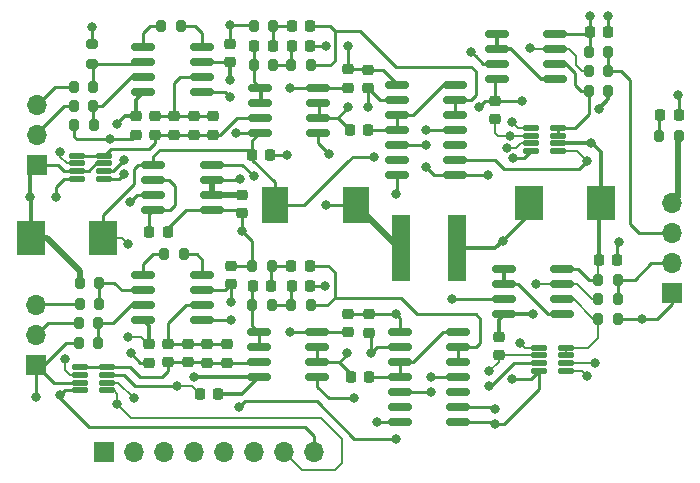
<source format=gtl>
%TF.GenerationSoftware,KiCad,Pcbnew,(6.99.0)*%
%TF.CreationDate,2022-12-27T21:53:30-08:00*%
%TF.ProjectId,eog-pcb-kicad,656f672d-7063-4622-9d6b-696361642e6b,rev?*%
%TF.SameCoordinates,Original*%
%TF.FileFunction,Copper,L1,Top*%
%TF.FilePolarity,Positive*%
%FSLAX46Y46*%
G04 Gerber Fmt 4.6, Leading zero omitted, Abs format (unit mm)*
G04 Created by KiCad (PCBNEW (6.99.0)) date 2022-12-27 21:53:30*
%MOMM*%
%LPD*%
G01*
G04 APERTURE LIST*
G04 Aperture macros list*
%AMRoundRect*
0 Rectangle with rounded corners*
0 $1 Rounding radius*
0 $2 $3 $4 $5 $6 $7 $8 $9 X,Y pos of 4 corners*
0 Add a 4 corners polygon primitive as box body*
4,1,4,$2,$3,$4,$5,$6,$7,$8,$9,$2,$3,0*
0 Add four circle primitives for the rounded corners*
1,1,$1+$1,$2,$3*
1,1,$1+$1,$4,$5*
1,1,$1+$1,$6,$7*
1,1,$1+$1,$8,$9*
0 Add four rect primitives between the rounded corners*
20,1,$1+$1,$2,$3,$4,$5,0*
20,1,$1+$1,$4,$5,$6,$7,0*
20,1,$1+$1,$6,$7,$8,$9,0*
20,1,$1+$1,$8,$9,$2,$3,0*%
G04 Aperture macros list end*
%TA.AperFunction,SMDPad,CuDef*%
%ADD10RoundRect,0.218750X0.218750X0.256250X-0.218750X0.256250X-0.218750X-0.256250X0.218750X-0.256250X0*%
%TD*%
%TA.AperFunction,SMDPad,CuDef*%
%ADD11RoundRect,0.225000X-0.250000X0.225000X-0.250000X-0.225000X0.250000X-0.225000X0.250000X0.225000X0*%
%TD*%
%TA.AperFunction,SMDPad,CuDef*%
%ADD12RoundRect,0.150000X-0.825000X-0.150000X0.825000X-0.150000X0.825000X0.150000X-0.825000X0.150000X0*%
%TD*%
%TA.AperFunction,SMDPad,CuDef*%
%ADD13RoundRect,0.200000X0.200000X0.275000X-0.200000X0.275000X-0.200000X-0.275000X0.200000X-0.275000X0*%
%TD*%
%TA.AperFunction,SMDPad,CuDef*%
%ADD14RoundRect,0.225000X0.250000X-0.225000X0.250000X0.225000X-0.250000X0.225000X-0.250000X-0.225000X0*%
%TD*%
%TA.AperFunction,SMDPad,CuDef*%
%ADD15RoundRect,0.200000X-0.200000X-0.275000X0.200000X-0.275000X0.200000X0.275000X-0.200000X0.275000X0*%
%TD*%
%TA.AperFunction,ComponentPad*%
%ADD16R,1.700000X1.700000*%
%TD*%
%TA.AperFunction,ComponentPad*%
%ADD17O,1.700000X1.700000*%
%TD*%
%TA.AperFunction,SMDPad,CuDef*%
%ADD18RoundRect,0.225000X-0.225000X-0.250000X0.225000X-0.250000X0.225000X0.250000X-0.225000X0.250000X0*%
%TD*%
%TA.AperFunction,SMDPad,CuDef*%
%ADD19RoundRect,0.225000X0.225000X0.250000X-0.225000X0.250000X-0.225000X-0.250000X0.225000X-0.250000X0*%
%TD*%
%TA.AperFunction,SMDPad,CuDef*%
%ADD20R,1.600000X5.700000*%
%TD*%
%TA.AperFunction,SMDPad,CuDef*%
%ADD21R,2.250000X3.120000*%
%TD*%
%TA.AperFunction,SMDPad,CuDef*%
%ADD22RoundRect,0.200000X-0.275000X0.200000X-0.275000X-0.200000X0.275000X-0.200000X0.275000X0.200000X0*%
%TD*%
%TA.AperFunction,SMDPad,CuDef*%
%ADD23R,2.400000X2.900000*%
%TD*%
%TA.AperFunction,SMDPad,CuDef*%
%ADD24RoundRect,0.125000X-0.537500X-0.125000X0.537500X-0.125000X0.537500X0.125000X-0.537500X0.125000X0*%
%TD*%
%TA.AperFunction,ViaPad*%
%ADD25C,0.800000*%
%TD*%
%TA.AperFunction,Conductor*%
%ADD26C,0.355600*%
%TD*%
%TA.AperFunction,Conductor*%
%ADD27C,0.250000*%
%TD*%
%TA.AperFunction,Conductor*%
%ADD28C,0.203200*%
%TD*%
%TA.AperFunction,Conductor*%
%ADD29C,0.254000*%
%TD*%
%TA.AperFunction,Conductor*%
%ADD30C,0.508000*%
%TD*%
G04 APERTURE END LIST*
D10*
X56362500Y-9652000D03*
X57937500Y-9652000D03*
D11*
X20066000Y-22466000D03*
X20066000Y-24016000D03*
X18542000Y-11333500D03*
X18542000Y-9783500D03*
D12*
X43150500Y-22733000D03*
X43150500Y-24003000D03*
X43150500Y-25273000D03*
X43150500Y-26543000D03*
X48100500Y-26543000D03*
X48100500Y-25273000D03*
X48100500Y-24003000D03*
X48100500Y-22733000D03*
D13*
X26796000Y-5461000D03*
X25146000Y-5461000D03*
D11*
X19685000Y-29083000D03*
X19685000Y-30633000D03*
D13*
X52800500Y-26924000D03*
X51150500Y-26924000D03*
D11*
X18034000Y-30633000D03*
X18034000Y-29083000D03*
D14*
X12001500Y-11346500D03*
X12001500Y-9796500D03*
D15*
X7232000Y-23876000D03*
X8882000Y-23876000D03*
D13*
X21971000Y-2159000D03*
X23621000Y-2159000D03*
D16*
X57404000Y-24755000D03*
D17*
X57404000Y-22215000D03*
X57404000Y-19675000D03*
X57404000Y-17135000D03*
D18*
X25148000Y-22423000D03*
X26698000Y-22423000D03*
D15*
X6724000Y-7295000D03*
X8374000Y-7295000D03*
D19*
X25196000Y-3810000D03*
X26746000Y-3810000D03*
D15*
X50356000Y-7620000D03*
X52006000Y-7620000D03*
X6795000Y-10541000D03*
X8445000Y-10541000D03*
D12*
X22468500Y-7366000D03*
X22468500Y-8636000D03*
X22468500Y-9906000D03*
X22468500Y-11176000D03*
X27418500Y-11176000D03*
X27418500Y-9906000D03*
X27418500Y-8636000D03*
X27418500Y-7366000D03*
D15*
X7176000Y-27305000D03*
X8826000Y-27305000D03*
D14*
X13081000Y-29083000D03*
X13081000Y-30633000D03*
D12*
X34355000Y-28067000D03*
X34355000Y-29337000D03*
X34355000Y-30607000D03*
X34355000Y-31877000D03*
X34355000Y-33147000D03*
X34355000Y-34417000D03*
X34355000Y-35687000D03*
X39305000Y-35687000D03*
X39305000Y-34417000D03*
X39305000Y-33147000D03*
X39305000Y-31877000D03*
X39305000Y-30607000D03*
X39305000Y-29337000D03*
X39305000Y-28067000D03*
X13474500Y-13899000D03*
X13474500Y-15169000D03*
X13474500Y-16439000D03*
X13474500Y-17709000D03*
X18424500Y-17709000D03*
X18424500Y-16439000D03*
X18424500Y-15169000D03*
X18424500Y-13899000D03*
D20*
X34480000Y-20955000D03*
X39180000Y-20955000D03*
D18*
X18936000Y-33274000D03*
X17386000Y-33274000D03*
D13*
X52800500Y-23622000D03*
X51150500Y-23622000D03*
D19*
X30213000Y-31877000D03*
X31763000Y-31877000D03*
D15*
X6724000Y-8946000D03*
X8374000Y-8946000D03*
D18*
X14674000Y-19614000D03*
X13124000Y-19614000D03*
D11*
X29972000Y-5816000D03*
X29972000Y-7366000D03*
X29972000Y-26530000D03*
X29972000Y-28080000D03*
D13*
X21852000Y-25781000D03*
X23502000Y-25781000D03*
X26791000Y-25781000D03*
X25141000Y-25781000D03*
D12*
X12638000Y-23241000D03*
X12638000Y-24511000D03*
X12638000Y-25781000D03*
X12638000Y-27051000D03*
X17588000Y-27051000D03*
X17588000Y-25781000D03*
X17588000Y-24511000D03*
X17588000Y-23241000D03*
D13*
X57975000Y-11430000D03*
X56325000Y-11430000D03*
D18*
X23439000Y-24130000D03*
X21889000Y-24130000D03*
D21*
X23760500Y-17328000D03*
X30670500Y-17328000D03*
D14*
X42704500Y-29985000D03*
X42704500Y-28435000D03*
D12*
X12638000Y-3954500D03*
X12638000Y-5224500D03*
X12638000Y-6494500D03*
X12638000Y-7764500D03*
X17588000Y-7764500D03*
X17588000Y-6494500D03*
X17588000Y-5224500D03*
X17588000Y-3954500D03*
D11*
X31623000Y-5829000D03*
X31623000Y-7379000D03*
D19*
X26741000Y-24130000D03*
X25191000Y-24130000D03*
X51956000Y-2667000D03*
X50406000Y-2667000D03*
D15*
X14161000Y-2176500D03*
X15811000Y-2176500D03*
D16*
X3612000Y-13884000D03*
D17*
X3612000Y-11344000D03*
X3612000Y-8804000D03*
D13*
X23621000Y-5461000D03*
X21971000Y-5461000D03*
D15*
X16065000Y-21463000D03*
X14415000Y-21463000D03*
D16*
X3556000Y-30861000D03*
D17*
X3556000Y-28321000D03*
X3556000Y-25781000D03*
D14*
X42418000Y-10046000D03*
X42418000Y-8496000D03*
D19*
X21831000Y-13081000D03*
X23381000Y-13081000D03*
D11*
X14732000Y-30607000D03*
X14732000Y-29057000D03*
D13*
X52006000Y-5969000D03*
X50356000Y-5969000D03*
D11*
X31750000Y-26543000D03*
X31750000Y-28093000D03*
X15240000Y-11333500D03*
X15240000Y-9783500D03*
X16891000Y-11333500D03*
X16891000Y-9783500D03*
X19939000Y-3670000D03*
X19939000Y-5220000D03*
D18*
X25196000Y-2159000D03*
X26746000Y-2159000D03*
D12*
X34101000Y-7112000D03*
X34101000Y-8382000D03*
X34101000Y-9652000D03*
X34101000Y-10922000D03*
X34101000Y-12192000D03*
X34101000Y-13462000D03*
X34101000Y-14732000D03*
X39051000Y-14732000D03*
X39051000Y-13462000D03*
X39051000Y-12192000D03*
X39051000Y-10922000D03*
X39051000Y-9652000D03*
X39051000Y-8382000D03*
X39051000Y-7112000D03*
D22*
X8311000Y-3676000D03*
X8311000Y-5326000D03*
D23*
X51351500Y-17145000D03*
X45251500Y-17145000D03*
D24*
X45466000Y-10780000D03*
X45466000Y-11430000D03*
X45466000Y-12080000D03*
X45466000Y-12730000D03*
X47741000Y-12730000D03*
X47741000Y-12080000D03*
X47741000Y-11430000D03*
X47741000Y-10780000D03*
D15*
X7232000Y-25654000D03*
X8882000Y-25654000D03*
D24*
X46139000Y-29378000D03*
X46139000Y-30028000D03*
X46139000Y-30678000D03*
X46139000Y-31328000D03*
X48414000Y-31328000D03*
X48414000Y-30678000D03*
X48414000Y-30028000D03*
X48414000Y-29378000D03*
D11*
X16383000Y-30620000D03*
X16383000Y-29070000D03*
D16*
X9271000Y-38227000D03*
D17*
X11811000Y-38227000D03*
X14351000Y-38227000D03*
X16891000Y-38227000D03*
X19431000Y-38227000D03*
X21971000Y-38227000D03*
X24511000Y-38227000D03*
X27051000Y-38227000D03*
D12*
X42546500Y-2786500D03*
X42546500Y-4056500D03*
X42546500Y-5326500D03*
X42546500Y-6596500D03*
X47496500Y-6596500D03*
X47496500Y-5326500D03*
X47496500Y-4056500D03*
X47496500Y-2786500D03*
D23*
X3102000Y-20066000D03*
X9202000Y-20066000D03*
D24*
X7244500Y-31029000D03*
X7244500Y-31679000D03*
X7244500Y-32329000D03*
X7244500Y-32979000D03*
X9519500Y-32979000D03*
X9519500Y-32329000D03*
X9519500Y-31679000D03*
X9519500Y-31029000D03*
D19*
X52750500Y-21971000D03*
X51200500Y-21971000D03*
D13*
X23502000Y-22479000D03*
X21852000Y-22479000D03*
D12*
X22417000Y-28067000D03*
X22417000Y-29337000D03*
X22417000Y-30607000D03*
X22417000Y-31877000D03*
X27367000Y-31877000D03*
X27367000Y-30607000D03*
X27367000Y-29337000D03*
X27367000Y-28067000D03*
D11*
X21011000Y-16426000D03*
X21011000Y-17976000D03*
D15*
X7176000Y-28956000D03*
X8826000Y-28956000D03*
D13*
X52006000Y-4318000D03*
X50356000Y-4318000D03*
D19*
X31636000Y-10922000D03*
X30086000Y-10922000D03*
D18*
X22021000Y-3810000D03*
X23571000Y-3810000D03*
D24*
X7041000Y-13107000D03*
X7041000Y-13757000D03*
X7041000Y-14407000D03*
X7041000Y-15057000D03*
X9316000Y-15057000D03*
X9316000Y-14407000D03*
X9316000Y-13757000D03*
X9316000Y-13107000D03*
D11*
X13589000Y-9783500D03*
X13589000Y-11333500D03*
D13*
X52800500Y-25273000D03*
X51150500Y-25273000D03*
D25*
X43688000Y-11430000D03*
X54864000Y-26924000D03*
X29972000Y-3810000D03*
X43053000Y-20320000D03*
X3556000Y-33528000D03*
X9779000Y-11684000D03*
X16891000Y-31877000D03*
X41021000Y-9017000D03*
X32131000Y-13208000D03*
X45593000Y-26543000D03*
X44704000Y-8509000D03*
X20828000Y-15113000D03*
X5969000Y-30353000D03*
X5588000Y-12827000D03*
X19939000Y-6731000D03*
X20066000Y-25527000D03*
X11303000Y-20574000D03*
X11303000Y-28448000D03*
X10414000Y-10414000D03*
X20447000Y-11176000D03*
X15494000Y-32639000D03*
X3048000Y-16637000D03*
X43815000Y-32004000D03*
X36576000Y-14097000D03*
X10414000Y-34163000D03*
X42418000Y-35814000D03*
X43942000Y-13335000D03*
X41783000Y-14732000D03*
X41910000Y-31369000D03*
X41910000Y-32639000D03*
X34036000Y-37084000D03*
X20701000Y-34417000D03*
X32385000Y-35687000D03*
X34036000Y-16383000D03*
X11811000Y-33655000D03*
X5588000Y-33401000D03*
X5207000Y-16637000D03*
X42418000Y-34544000D03*
X25019000Y-7366000D03*
X36576000Y-10922000D03*
X50561000Y-12080000D03*
X36957000Y-31877000D03*
X50419000Y-1270000D03*
X50871000Y-30678000D03*
X25019000Y-28067000D03*
X51181000Y-9144000D03*
X27998000Y-24130000D03*
X11486000Y-17074000D03*
X28067000Y-3810000D03*
X8311000Y-2215000D03*
X57912000Y-8001000D03*
X24765000Y-13081000D03*
X21011000Y-19487000D03*
X36557500Y-12192000D03*
X20066000Y-27051000D03*
X51943000Y-1270000D03*
X34036000Y-26543000D03*
X52864500Y-20447000D03*
X19939000Y-2032000D03*
X19939000Y-8128000D03*
X36957000Y-33147000D03*
X11557000Y-29845000D03*
X45879500Y-24003000D03*
X44482500Y-28956000D03*
X31623000Y-9017000D03*
X28321000Y-12954000D03*
X29972000Y-9017000D03*
X40386000Y-4318000D03*
X30480000Y-33655000D03*
X31877000Y-29845000D03*
X38735000Y-25273000D03*
X29845000Y-29845000D03*
X21971000Y-14859000D03*
X28123000Y-17328000D03*
X50165000Y-31750000D03*
X50165000Y-13589000D03*
X10978000Y-14661000D03*
X10978000Y-13518000D03*
X43434000Y-12446000D03*
X43815000Y-10287000D03*
X45402500Y-4000500D03*
D26*
X45593000Y-26543000D02*
X43150500Y-26543000D01*
D27*
X43942000Y-13335000D02*
X44861000Y-13335000D01*
X44861000Y-13335000D02*
X45466000Y-12730000D01*
D28*
X44562000Y-12080000D02*
X45466000Y-12080000D01*
X43434000Y-12446000D02*
X44196000Y-12446000D01*
X44196000Y-12446000D02*
X44562000Y-12080000D01*
X42659000Y-11430000D02*
X43688000Y-11430000D01*
X45466000Y-11430000D02*
X43688000Y-11430000D01*
D29*
X57404000Y-24755000D02*
X57404000Y-25654000D01*
X57404000Y-25654000D02*
X56134000Y-26924000D01*
X56134000Y-26924000D02*
X54864000Y-26924000D01*
X52800500Y-26924000D02*
X54864000Y-26924000D01*
X29972000Y-5816000D02*
X29972000Y-3810000D01*
D26*
X45251500Y-17145000D02*
X45251500Y-18121500D01*
X45251500Y-18121500D02*
X43053000Y-20320000D01*
X42418000Y-20955000D02*
X43053000Y-20320000D01*
X39180000Y-20955000D02*
X42418000Y-20955000D01*
X3048000Y-16637000D02*
X3048000Y-14448000D01*
X3048000Y-14448000D02*
X3612000Y-13884000D01*
D30*
X3048000Y-16637000D02*
X3102000Y-16691000D01*
D26*
X3102000Y-16691000D02*
X3102000Y-20066000D01*
D27*
X3556000Y-30861000D02*
X3556000Y-33528000D01*
X9779000Y-11684000D02*
X11664000Y-11684000D01*
X11664000Y-11684000D02*
X12001500Y-11346500D01*
X6985000Y-11684000D02*
X9779000Y-11684000D01*
X6795000Y-10668000D02*
X6795000Y-11494000D01*
X6795000Y-11494000D02*
X6985000Y-11684000D01*
D26*
X22417000Y-31877000D02*
X16891000Y-31877000D01*
X18936000Y-33274000D02*
X21020000Y-33274000D01*
X21020000Y-33274000D02*
X22417000Y-31877000D01*
D28*
X17386000Y-33274000D02*
X16751000Y-32639000D01*
X16751000Y-32639000D02*
X15494000Y-32639000D01*
D27*
X41542000Y-8496000D02*
X42418000Y-8496000D01*
X41021000Y-9017000D02*
X41542000Y-8496000D01*
D28*
X42659000Y-11430000D02*
X42418000Y-11189000D01*
X42418000Y-11189000D02*
X42418000Y-10046000D01*
D29*
X44704000Y-8509000D02*
X44691000Y-8496000D01*
X44691000Y-8496000D02*
X42418000Y-8496000D01*
X42418000Y-8496000D02*
X42418000Y-6725000D01*
X42418000Y-6725000D02*
X42546500Y-6596500D01*
D27*
X31877000Y-13208000D02*
X32131000Y-13208000D01*
X29972000Y-13589000D02*
X30353000Y-13208000D01*
X30353000Y-13208000D02*
X31877000Y-13208000D01*
X23760500Y-17328000D02*
X26233000Y-17328000D01*
X26233000Y-17328000D02*
X29972000Y-13589000D01*
D28*
X20828000Y-15113000D02*
X20574000Y-15113000D01*
X20574000Y-15113000D02*
X20518000Y-15169000D01*
D29*
X20518000Y-15169000D02*
X18424500Y-15169000D01*
D27*
X21971000Y-14859000D02*
X21011000Y-13899000D01*
X21011000Y-13899000D02*
X18424500Y-13899000D01*
X23760500Y-17328000D02*
X23760500Y-15378500D01*
X23760500Y-15378500D02*
X21831000Y-13449000D01*
X21831000Y-13449000D02*
X21831000Y-13081000D01*
D28*
X7244500Y-31679000D02*
X6406000Y-31679000D01*
X6406000Y-31679000D02*
X5969000Y-31242000D01*
X5969000Y-31242000D02*
X5969000Y-30353000D01*
D29*
X5207000Y-16637000D02*
X5207000Y-15748000D01*
X5207000Y-15748000D02*
X5898000Y-15057000D01*
X5898000Y-15057000D02*
X7041000Y-15057000D01*
D28*
X5588000Y-12827000D02*
X5588000Y-13208000D01*
X5588000Y-13208000D02*
X6137000Y-13757000D01*
X6137000Y-13757000D02*
X7041000Y-13757000D01*
D26*
X19939000Y-5220000D02*
X19939000Y-6731000D01*
D27*
X19939000Y-8128000D02*
X19575500Y-7764500D01*
X19575500Y-7764500D02*
X17588000Y-7764500D01*
D29*
X20066000Y-27051000D02*
X17588000Y-27051000D01*
X20066000Y-24016000D02*
X20066000Y-25527000D01*
D28*
X11303000Y-20574000D02*
X10795000Y-20066000D01*
X10795000Y-20066000D02*
X9202000Y-20066000D01*
D26*
X12638000Y-27051000D02*
X13081000Y-27494000D01*
X13081000Y-27494000D02*
X13081000Y-29083000D01*
D28*
X12446000Y-28448000D02*
X11303000Y-28448000D01*
X13081000Y-29083000D02*
X12446000Y-28448000D01*
D26*
X12001500Y-9796500D02*
X11031500Y-9796500D01*
X11031500Y-9796500D02*
X10414000Y-10414000D01*
D27*
X22468500Y-11176000D02*
X20447000Y-11176000D01*
D29*
X11953000Y-32639000D02*
X15494000Y-32639000D01*
X10993000Y-31679000D02*
X11953000Y-32639000D01*
D27*
X9519500Y-31029000D02*
X11471000Y-31029000D01*
X11471000Y-31029000D02*
X12319000Y-31877000D01*
X12319000Y-31877000D02*
X14224000Y-31877000D01*
X14224000Y-31877000D02*
X14732000Y-31369000D01*
X14732000Y-31369000D02*
X14732000Y-30607000D01*
D29*
X11557000Y-29845000D02*
X12345000Y-30633000D01*
X12345000Y-30633000D02*
X13081000Y-30633000D01*
D28*
X11811000Y-33655000D02*
X10485000Y-32329000D01*
X10485000Y-32329000D02*
X9519500Y-32329000D01*
D27*
X17588000Y-25781000D02*
X16256000Y-25781000D01*
X16256000Y-25781000D02*
X14732000Y-27305000D01*
X14732000Y-27305000D02*
X14732000Y-29057000D01*
X19685000Y-30633000D02*
X22391000Y-30633000D01*
X22391000Y-30633000D02*
X22417000Y-30607000D01*
X18034000Y-29083000D02*
X19685000Y-29083000D01*
X16383000Y-29070000D02*
X18021000Y-29070000D01*
X18021000Y-29070000D02*
X18034000Y-29083000D01*
D29*
X5588000Y-33401000D02*
X5588000Y-33655000D01*
X5588000Y-33655000D02*
X8001000Y-36068000D01*
X8001000Y-36068000D02*
X26289000Y-36068000D01*
X26289000Y-36068000D02*
X27051000Y-36830000D01*
X27051000Y-36830000D02*
X27051000Y-38227000D01*
X5588000Y-33401000D02*
X6010000Y-32979000D01*
X6010000Y-32979000D02*
X7244500Y-32979000D01*
X34036000Y-37084000D02*
X30480000Y-37084000D01*
X30480000Y-37084000D02*
X27305000Y-33909000D01*
X27305000Y-33909000D02*
X21209000Y-33909000D01*
X21209000Y-33909000D02*
X20701000Y-34417000D01*
D27*
X16383000Y-30620000D02*
X18021000Y-30620000D01*
D29*
X8826000Y-28956000D02*
X8826000Y-27305000D01*
X8826000Y-27305000D02*
X10033000Y-27305000D01*
X10033000Y-27305000D02*
X11557000Y-25781000D01*
X11557000Y-25781000D02*
X12638000Y-25781000D01*
X10160000Y-23876000D02*
X10795000Y-24511000D01*
X10795000Y-24511000D02*
X12638000Y-24511000D01*
X8882000Y-23876000D02*
X10160000Y-23876000D01*
X15240000Y-9783500D02*
X16891000Y-9783500D01*
D27*
X21971000Y-2159000D02*
X21844000Y-2032000D01*
X21844000Y-2032000D02*
X19939000Y-2032000D01*
X34101000Y-12192000D02*
X36557500Y-12192000D01*
D29*
X56325000Y-11430000D02*
X56261000Y-11366000D01*
X56261000Y-11366000D02*
X56261000Y-9753500D01*
X56261000Y-9753500D02*
X56362500Y-9652000D01*
D30*
X57975000Y-11430000D02*
X57912000Y-11493000D01*
X57912000Y-11493000D02*
X57912000Y-16627000D01*
X57912000Y-16627000D02*
X57404000Y-17135000D01*
D26*
X52006000Y-7620000D02*
X52006000Y-8319000D01*
X52006000Y-8319000D02*
X51181000Y-9144000D01*
D29*
X57912000Y-8001000D02*
X57937500Y-8026500D01*
X57937500Y-8026500D02*
X57937500Y-9652000D01*
D27*
X23381000Y-13081000D02*
X24765000Y-13081000D01*
D30*
X3102000Y-20066000D02*
X4445000Y-20066000D01*
X4445000Y-20066000D02*
X7232000Y-22853000D01*
X7232000Y-22853000D02*
X7232000Y-23876000D01*
D27*
X9316000Y-13107000D02*
X9850000Y-12573000D01*
X9850000Y-12573000D02*
X13081000Y-12573000D01*
X13081000Y-12573000D02*
X13589000Y-12065000D01*
X13589000Y-12065000D02*
X13589000Y-11333500D01*
D29*
X9202000Y-20066000D02*
X9202000Y-18103000D01*
X12136000Y-13899000D02*
X13474500Y-13899000D01*
X9202000Y-18103000D02*
X11811000Y-15494000D01*
X11811000Y-15494000D02*
X11811000Y-14224000D01*
X11811000Y-14224000D02*
X12136000Y-13899000D01*
D28*
X10414000Y-34163000D02*
X11557000Y-35306000D01*
X27686000Y-35306000D02*
X29464000Y-37084000D01*
X11557000Y-35306000D02*
X27686000Y-35306000D01*
X29464000Y-37084000D02*
X29464000Y-39116000D01*
X29464000Y-39116000D02*
X28829000Y-39751000D01*
X28829000Y-39751000D02*
X26035000Y-39751000D01*
X26035000Y-39751000D02*
X24511000Y-38227000D01*
D29*
X43815000Y-32004000D02*
X45463000Y-32004000D01*
X45463000Y-32004000D02*
X46139000Y-31328000D01*
X42037000Y-32639000D02*
X43998000Y-30678000D01*
X41910000Y-32639000D02*
X42037000Y-32639000D01*
X43998000Y-30678000D02*
X46139000Y-30678000D01*
D28*
X41910000Y-31369000D02*
X42704500Y-30574500D01*
X42704500Y-30574500D02*
X42704500Y-29985000D01*
D29*
X39051000Y-14732000D02*
X37211000Y-14732000D01*
X37211000Y-14732000D02*
X36576000Y-14097000D01*
D28*
X10414000Y-34163000D02*
X10414000Y-33274000D01*
X10414000Y-33274000D02*
X10119000Y-32979000D01*
X10119000Y-32979000D02*
X9519500Y-32979000D01*
D29*
X42418000Y-35814000D02*
X43180000Y-35814000D01*
X43180000Y-35814000D02*
X46139000Y-32855000D01*
X46139000Y-32855000D02*
X46139000Y-31328000D01*
X39305000Y-35687000D02*
X42291000Y-35687000D01*
X42291000Y-35687000D02*
X42418000Y-35814000D01*
X42418000Y-13462000D02*
X43180000Y-14224000D01*
X39051000Y-13462000D02*
X42418000Y-13462000D01*
X49530000Y-14224000D02*
X50165000Y-13589000D01*
X43180000Y-14224000D02*
X49530000Y-14224000D01*
X39051000Y-14732000D02*
X41402000Y-14732000D01*
X41402000Y-14732000D02*
X41783000Y-14732000D01*
X42291000Y-34417000D02*
X42418000Y-34544000D01*
X39305000Y-34417000D02*
X42291000Y-34417000D01*
X43150500Y-25273000D02*
X38735000Y-25273000D01*
X30480000Y-33655000D02*
X28321000Y-33655000D01*
X28321000Y-33655000D02*
X27367000Y-32701000D01*
X27367000Y-32701000D02*
X27367000Y-31877000D01*
X34355000Y-35687000D02*
X32385000Y-35687000D01*
X34101000Y-16318000D02*
X34036000Y-16383000D01*
X34101000Y-14732000D02*
X34101000Y-16318000D01*
X7244500Y-32329000D02*
X5024000Y-32329000D01*
X5024000Y-32329000D02*
X3556000Y-30861000D01*
X7176000Y-28956000D02*
X6096000Y-28956000D01*
X6096000Y-28956000D02*
X4191000Y-30861000D01*
X7176000Y-27305000D02*
X4572000Y-27305000D01*
X4572000Y-27305000D02*
X3556000Y-28321000D01*
X7232000Y-25654000D02*
X3683000Y-25654000D01*
X3683000Y-25654000D02*
X3556000Y-25781000D01*
X55636000Y-22215000D02*
X54229000Y-23622000D01*
X57404000Y-22215000D02*
X55636000Y-22215000D01*
X54229000Y-23622000D02*
X52800500Y-23622000D01*
X34355000Y-28067000D02*
X34355000Y-26862000D01*
X34355000Y-26862000D02*
X34036000Y-26543000D01*
X34036000Y-26543000D02*
X31750000Y-26543000D01*
D26*
X51351500Y-17145000D02*
X51181000Y-17315500D01*
X51181000Y-17315500D02*
X51181000Y-21951500D01*
D29*
X52006000Y-5969000D02*
X53086000Y-5969000D01*
X53086000Y-5969000D02*
X53848000Y-6731000D01*
X53848000Y-6731000D02*
X53848000Y-18923000D01*
X53848000Y-18923000D02*
X54600000Y-19675000D01*
X54600000Y-19675000D02*
X57404000Y-19675000D01*
D26*
X42704500Y-26989000D02*
X43150500Y-26543000D01*
D27*
X21379000Y-12629000D02*
X21831000Y-13081000D01*
X13474500Y-13899000D02*
X13474500Y-13180500D01*
X14026000Y-12629000D02*
X21379000Y-12629000D01*
X21831000Y-13081000D02*
X21831000Y-11813500D01*
X13474500Y-13180500D02*
X14026000Y-12629000D01*
D26*
X42704500Y-28435000D02*
X42704500Y-26989000D01*
X12001500Y-9796500D02*
X12001500Y-8401000D01*
D27*
X21831000Y-11813500D02*
X22468500Y-11176000D01*
D26*
X12001500Y-8401000D02*
X12638000Y-7764500D01*
D27*
X15240000Y-9783500D02*
X15240000Y-7002500D01*
X15240000Y-7002500D02*
X15748000Y-6494500D01*
D29*
X16891000Y-9783500D02*
X18542000Y-9783500D01*
X15748000Y-6494500D02*
X17588000Y-6494500D01*
X13589000Y-9783500D02*
X15240000Y-9783500D01*
D27*
X22021000Y-3810000D02*
X22021000Y-5411000D01*
X21971000Y-6868500D02*
X22468500Y-7366000D01*
X21971000Y-5461000D02*
X21971000Y-6868500D01*
X22021000Y-5411000D02*
X21971000Y-5461000D01*
D26*
X22549000Y-8509000D02*
X22549000Y-7239000D01*
D27*
X23621000Y-2159000D02*
X25196000Y-2159000D01*
X23571000Y-3810000D02*
X23571000Y-2209000D01*
X23571000Y-2209000D02*
X23621000Y-2159000D01*
X23621000Y-5461000D02*
X25146000Y-5461000D01*
X25146000Y-3860000D02*
X25196000Y-3810000D01*
X25146000Y-5461000D02*
X25146000Y-3860000D01*
D29*
X28829000Y-2540000D02*
X28829000Y-5080000D01*
X28448000Y-2159000D02*
X28829000Y-2540000D01*
D27*
X39051000Y-8382000D02*
X40386000Y-8382000D01*
D29*
X28829000Y-5080000D02*
X28448000Y-5461000D01*
D27*
X40386000Y-8382000D02*
X40767000Y-8001000D01*
D29*
X28448000Y-5461000D02*
X26796000Y-5461000D01*
D27*
X40767000Y-5969000D02*
X40386000Y-5588000D01*
X34036000Y-5588000D02*
X30988000Y-2540000D01*
X39051000Y-9652000D02*
X39051000Y-8382000D01*
X30988000Y-2540000D02*
X28829000Y-2540000D01*
X40386000Y-5588000D02*
X34036000Y-5588000D01*
D29*
X26746000Y-2159000D02*
X28448000Y-2159000D01*
D27*
X40767000Y-8001000D02*
X40767000Y-5969000D01*
D26*
X50576000Y-12065000D02*
X50561000Y-12080000D01*
D27*
X27418500Y-7366000D02*
X25273000Y-7366000D01*
D30*
X18424500Y-15169000D02*
X18424500Y-16439000D01*
D29*
X50406000Y-4268000D02*
X50356000Y-4318000D01*
X39305000Y-31877000D02*
X36957000Y-31877000D01*
D26*
X51351500Y-12840500D02*
X50576000Y-12065000D01*
X51351500Y-17145000D02*
X51351500Y-12840500D01*
D28*
X51150500Y-23622000D02*
X51150500Y-22021000D01*
D26*
X47741000Y-12080000D02*
X50561000Y-12080000D01*
D29*
X27367000Y-28067000D02*
X29959000Y-28067000D01*
D27*
X27418500Y-7366000D02*
X29972000Y-7366000D01*
D29*
X49435500Y-22733000D02*
X50324500Y-23622000D01*
X29959000Y-28067000D02*
X29972000Y-28080000D01*
D28*
X48414000Y-30678000D02*
X50871000Y-30678000D01*
D29*
X48100500Y-22733000D02*
X49435500Y-22733000D01*
D27*
X25273000Y-7366000D02*
X25019000Y-7366000D01*
D29*
X50286500Y-2786500D02*
X50406000Y-2667000D01*
X50406000Y-2667000D02*
X50406000Y-4268000D01*
D30*
X20998000Y-16439000D02*
X21011000Y-16426000D01*
D29*
X50324500Y-23622000D02*
X51150500Y-23622000D01*
D30*
X18424500Y-16439000D02*
X20998000Y-16439000D01*
D29*
X27367000Y-28067000D02*
X25019000Y-28067000D01*
X47496500Y-2786500D02*
X50286500Y-2786500D01*
X39051000Y-10922000D02*
X36576000Y-10922000D01*
X17588000Y-24511000D02*
X19571000Y-24511000D01*
D28*
X51150500Y-22021000D02*
X51200500Y-21971000D01*
D29*
X50406000Y-1283000D02*
X50419000Y-1270000D01*
D27*
X17588000Y-5224500D02*
X19934500Y-5224500D01*
D29*
X50406000Y-2667000D02*
X50406000Y-1283000D01*
X19571000Y-24511000D02*
X20066000Y-24016000D01*
D27*
X12638000Y-3954500D02*
X12638000Y-2746500D01*
X12638000Y-2746500D02*
X13208000Y-2176500D01*
X13208000Y-2176500D02*
X14161000Y-2176500D01*
X17588000Y-3954500D02*
X17588000Y-2746500D01*
X17588000Y-2746500D02*
X17018000Y-2176500D01*
X17018000Y-2176500D02*
X15811000Y-2176500D01*
X23439000Y-24130000D02*
X23439000Y-22542000D01*
X25092000Y-22479000D02*
X25148000Y-22423000D01*
X23502000Y-22479000D02*
X25092000Y-22479000D01*
X23439000Y-22542000D02*
X23502000Y-22479000D01*
X23502000Y-25781000D02*
X25141000Y-25781000D01*
X25141000Y-25781000D02*
X25141000Y-24180000D01*
X25141000Y-24180000D02*
X25191000Y-24130000D01*
D28*
X46139000Y-30028000D02*
X42747500Y-30028000D01*
D29*
X51956000Y-1410000D02*
X51943000Y-1397000D01*
X32880000Y-5829000D02*
X31623000Y-5829000D01*
X16203500Y-17709000D02*
X18424500Y-17709000D01*
X34101000Y-7050000D02*
X32880000Y-5829000D01*
X52750500Y-21971000D02*
X52750500Y-20561000D01*
D27*
X7986000Y-14407000D02*
X7041000Y-14407000D01*
D29*
X9519500Y-31679000D02*
X10993000Y-31679000D01*
D27*
X12121000Y-16439000D02*
X11486000Y-17074000D01*
D29*
X51943000Y-1397000D02*
X51943000Y-1270000D01*
X21011000Y-19360000D02*
X21011000Y-19487000D01*
X21852000Y-20328000D02*
X21011000Y-19487000D01*
D27*
X26741000Y-24130000D02*
X27871000Y-24130000D01*
D29*
X31610000Y-5816000D02*
X31623000Y-5829000D01*
X34101000Y-7112000D02*
X34101000Y-7050000D01*
D27*
X14674000Y-19614000D02*
X14674000Y-19238500D01*
X3627000Y-13899000D02*
X3612000Y-13884000D01*
X8311000Y-2342000D02*
X8311000Y-2215000D01*
D29*
X52750500Y-20561000D02*
X52864500Y-20447000D01*
D27*
X14674000Y-19238500D02*
X16203500Y-17709000D01*
D29*
X21852000Y-22479000D02*
X21852000Y-20328000D01*
X20066000Y-22466000D02*
X21839000Y-22466000D01*
D27*
X8636000Y-13757000D02*
X7986000Y-14407000D01*
X8311000Y-3676000D02*
X8311000Y-2342000D01*
D29*
X29972000Y-5816000D02*
X31610000Y-5816000D01*
D27*
X3556000Y-30861000D02*
X4191000Y-30861000D01*
X9316000Y-13757000D02*
X8636000Y-13757000D01*
D29*
X20744000Y-17709000D02*
X21011000Y-17976000D01*
D27*
X5898000Y-14407000D02*
X5390000Y-13899000D01*
D29*
X18424500Y-17709000D02*
X20744000Y-17709000D01*
D27*
X5390000Y-13899000D02*
X3627000Y-13899000D01*
D29*
X51956000Y-2667000D02*
X51956000Y-1410000D01*
D27*
X19939000Y-3670000D02*
X19939000Y-2032000D01*
D28*
X42747500Y-30028000D02*
X42704500Y-29985000D01*
D29*
X21839000Y-22466000D02*
X21852000Y-22479000D01*
X28067000Y-3810000D02*
X26746000Y-3810000D01*
D27*
X7041000Y-14407000D02*
X5898000Y-14407000D01*
D29*
X21011000Y-17976000D02*
X21011000Y-19360000D01*
X29972000Y-26530000D02*
X31737000Y-26530000D01*
X34355000Y-33147000D02*
X36957000Y-33147000D01*
D27*
X27871000Y-24130000D02*
X27998000Y-24130000D01*
X13474500Y-16439000D02*
X12121000Y-16439000D01*
X5898000Y-8946000D02*
X6724000Y-8946000D01*
X3612000Y-11232000D02*
X5898000Y-8946000D01*
X3612000Y-11344000D02*
X3612000Y-11232000D01*
X5121000Y-7295000D02*
X6724000Y-7295000D01*
X3612000Y-8804000D02*
X5121000Y-7295000D01*
X12536500Y-5326000D02*
X8565000Y-5326000D01*
X8374000Y-5389000D02*
X8311000Y-5326000D01*
X12638000Y-5224500D02*
X12536500Y-5326000D01*
X8374000Y-7295000D02*
X8374000Y-5389000D01*
D29*
X50356000Y-9588000D02*
X50356000Y-7620000D01*
X48379500Y-5326500D02*
X49149000Y-6096000D01*
X49164000Y-10780000D02*
X50356000Y-9588000D01*
X49657000Y-7620000D02*
X50356000Y-7620000D01*
X49149000Y-6096000D02*
X49149000Y-7112000D01*
X47496500Y-5326500D02*
X48379500Y-5326500D01*
X47741000Y-10780000D02*
X49164000Y-10780000D01*
X49149000Y-7112000D02*
X49657000Y-7620000D01*
X47741000Y-11430000D02*
X47741000Y-10780000D01*
X37973000Y-28067000D02*
X39305000Y-28067000D01*
X35433000Y-30607000D02*
X37973000Y-28067000D01*
X34355000Y-31877000D02*
X34355000Y-30607000D01*
X34355000Y-31877000D02*
X31763000Y-31877000D01*
X34355000Y-30607000D02*
X35433000Y-30607000D01*
D27*
X13462000Y-21463000D02*
X14415000Y-21463000D01*
X12638000Y-22287000D02*
X13462000Y-21463000D01*
X12638000Y-23241000D02*
X12638000Y-22287000D01*
X17588000Y-21906000D02*
X17145000Y-21463000D01*
X17588000Y-23241000D02*
X17588000Y-21906000D01*
X17145000Y-21463000D02*
X16065000Y-21463000D01*
D26*
X42546500Y-4056500D02*
X43751500Y-4056500D01*
X43751500Y-4056500D02*
X46291500Y-6596500D01*
X42546500Y-4056500D02*
X42546500Y-2786500D01*
X46291500Y-6596500D02*
X47496500Y-6596500D01*
D27*
X8374000Y-10470000D02*
X8445000Y-10541000D01*
X8374000Y-8946000D02*
X8374000Y-10470000D01*
X9088000Y-8946000D02*
X11539500Y-6494500D01*
X8374000Y-8946000D02*
X9088000Y-8946000D01*
X11539500Y-6494500D02*
X12638000Y-6494500D01*
X16370000Y-29057000D02*
X16383000Y-29070000D01*
X14732000Y-29057000D02*
X16370000Y-29057000D01*
X21852000Y-25781000D02*
X21852000Y-27502000D01*
X21852000Y-27502000D02*
X22417000Y-28067000D01*
X21852000Y-24167000D02*
X21889000Y-24130000D01*
X21852000Y-25781000D02*
X21852000Y-24167000D01*
D29*
X22417000Y-29337000D02*
X22417000Y-28067000D01*
X40767000Y-26543000D02*
X35814000Y-26543000D01*
X39305000Y-30607000D02*
X39305000Y-29337000D01*
X39305000Y-29337000D02*
X40767000Y-29337000D01*
X34417000Y-25146000D02*
X28829000Y-25146000D01*
X28265000Y-22423000D02*
X26698000Y-22423000D01*
X28829000Y-22987000D02*
X28265000Y-22423000D01*
X28829000Y-25146000D02*
X28829000Y-22987000D01*
X40767000Y-29337000D02*
X41148000Y-28956000D01*
X28194000Y-25781000D02*
X28829000Y-25146000D01*
X26791000Y-25781000D02*
X28194000Y-25781000D01*
X35814000Y-26543000D02*
X34417000Y-25146000D01*
X41148000Y-28956000D02*
X41148000Y-26924000D01*
X41148000Y-26924000D02*
X40767000Y-26543000D01*
X8882000Y-25654000D02*
X8882000Y-23876000D01*
D28*
X50705500Y-26924000D02*
X49054500Y-25273000D01*
X51150500Y-26924000D02*
X50705500Y-26924000D01*
X48414000Y-29378000D02*
X50283500Y-29378000D01*
X48414000Y-30028000D02*
X48414000Y-29378000D01*
X50283500Y-29378000D02*
X51150500Y-28511000D01*
X49054500Y-25273000D02*
X48100500Y-25273000D01*
X51150500Y-28511000D02*
X51150500Y-26924000D01*
X44482500Y-28956000D02*
X44904500Y-29378000D01*
X50578500Y-25273000D02*
X49308500Y-24003000D01*
X49308500Y-24003000D02*
X48100500Y-24003000D01*
X48100500Y-24003000D02*
X46387500Y-24003000D01*
X46387500Y-24003000D02*
X45879500Y-24003000D01*
X51150500Y-25273000D02*
X50578500Y-25273000D01*
X44904500Y-29378000D02*
X46139000Y-29378000D01*
D29*
X43150500Y-24003000D02*
X44355500Y-24003000D01*
X44355500Y-24003000D02*
X46895500Y-26543000D01*
X46895500Y-26543000D02*
X48100500Y-26543000D01*
D26*
X43150500Y-22733000D02*
X43150500Y-24003000D01*
D29*
X27418500Y-12051500D02*
X28321000Y-12954000D01*
X27418500Y-11176000D02*
X27418500Y-12051500D01*
D27*
X32626000Y-8382000D02*
X31623000Y-7379000D01*
X34101000Y-8382000D02*
X32626000Y-8382000D01*
X31623000Y-7379000D02*
X31623000Y-9017000D01*
X27499000Y-9779000D02*
X27499000Y-8509000D01*
D29*
X29083000Y-9906000D02*
X29972000Y-9017000D01*
X41394500Y-5326500D02*
X40767000Y-4699000D01*
X29070000Y-9906000D02*
X29083000Y-9906000D01*
X29070000Y-9906000D02*
X30086000Y-10922000D01*
X42546500Y-5326500D02*
X41394500Y-5326500D01*
X40767000Y-4699000D02*
X40386000Y-4318000D01*
X27418500Y-9906000D02*
X29070000Y-9906000D01*
D27*
X16891000Y-11333500D02*
X15240000Y-11333500D01*
X18542000Y-11333500D02*
X16891000Y-11333500D01*
X15240000Y-11333500D02*
X13589000Y-11333500D01*
X18542000Y-11333500D02*
X19146500Y-11333500D01*
X20574000Y-9906000D02*
X22468500Y-9906000D01*
X19146500Y-11333500D02*
X20574000Y-9906000D01*
X7041000Y-13107000D02*
X9316000Y-13107000D01*
D29*
X32385000Y-29337000D02*
X31877000Y-29845000D01*
X31877000Y-28220000D02*
X31750000Y-28093000D01*
X31877000Y-29845000D02*
X31877000Y-28220000D01*
X34355000Y-29337000D02*
X32385000Y-29337000D01*
D27*
X27367000Y-30607000D02*
X29210000Y-30607000D01*
X27367000Y-30607000D02*
X27367000Y-29337000D01*
D29*
X30213000Y-31877000D02*
X30213000Y-31610000D01*
X29845000Y-29845000D02*
X29845000Y-29972000D01*
X30213000Y-31610000D02*
X29210000Y-30607000D01*
X29845000Y-29972000D02*
X29210000Y-30607000D01*
D27*
X18021000Y-30620000D02*
X18034000Y-30633000D01*
X14732000Y-30607000D02*
X16370000Y-30607000D01*
X7244500Y-31029000D02*
X9519500Y-31029000D01*
X18034000Y-30633000D02*
X19685000Y-30633000D01*
X14915000Y-17709000D02*
X13474500Y-17709000D01*
X13124000Y-18059500D02*
X13474500Y-17709000D01*
X15296000Y-17328000D02*
X14915000Y-17709000D01*
X13124000Y-19614000D02*
X13124000Y-18059500D01*
X14788000Y-15169000D02*
X15296000Y-15677000D01*
X13474500Y-15169000D02*
X14788000Y-15169000D01*
X15296000Y-15677000D02*
X15296000Y-17328000D01*
D30*
X34480000Y-20955000D02*
X34297500Y-20955000D01*
D27*
X28123000Y-17328000D02*
X30670500Y-17328000D01*
D30*
X34297500Y-20955000D02*
X30670500Y-17328000D01*
D28*
X49743000Y-31328000D02*
X50165000Y-31750000D01*
X48414000Y-31328000D02*
X49743000Y-31328000D01*
X49306000Y-12730000D02*
X47741000Y-12730000D01*
X50165000Y-13589000D02*
X49306000Y-12730000D01*
D27*
X9316000Y-15057000D02*
X10582000Y-15057000D01*
X10582000Y-15057000D02*
X10978000Y-14661000D01*
X10978000Y-13518000D02*
X10089000Y-14407000D01*
X10089000Y-14407000D02*
X9316000Y-14407000D01*
X35433000Y-9652000D02*
X37973000Y-7112000D01*
X34101000Y-9652000D02*
X35433000Y-9652000D01*
X34101000Y-10922000D02*
X34101000Y-9652000D01*
X37973000Y-7112000D02*
X39051000Y-7112000D01*
D29*
X31636000Y-10922000D02*
X34101000Y-10922000D01*
D28*
X47496500Y-4056500D02*
X48633500Y-4056500D01*
X48633500Y-4056500D02*
X49276000Y-4699000D01*
X45402500Y-4000500D02*
X45458500Y-4056500D01*
X49276000Y-5461000D02*
X49784000Y-5969000D01*
X45466000Y-10780000D02*
X44308000Y-10780000D01*
X49276000Y-4699000D02*
X49276000Y-5461000D01*
X49784000Y-5969000D02*
X50356000Y-5969000D01*
X44308000Y-10780000D02*
X43815000Y-10287000D01*
X45458500Y-4056500D02*
X47496500Y-4056500D01*
D29*
X52006000Y-4318000D02*
X52006000Y-5969000D01*
X52800500Y-25273000D02*
X52800500Y-23622000D01*
M02*

</source>
